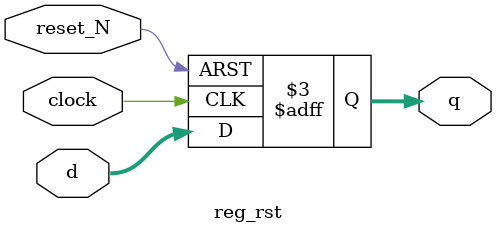
<source format=v>

`default_nettype none

module reg_rst(
    input  wire             clock,
    input  wire             reset_N,
    input  wire [WIDTH-1:0] d,
    output reg  [WIDTH-1:0] q);

    parameter WIDTH = 4; 

    always @(posedge clock or negedge reset_N) begin
        if(!reset_N) begin
            q <= 0;
        end else begin
            q <= d;
        end
    end

endmodule

</source>
